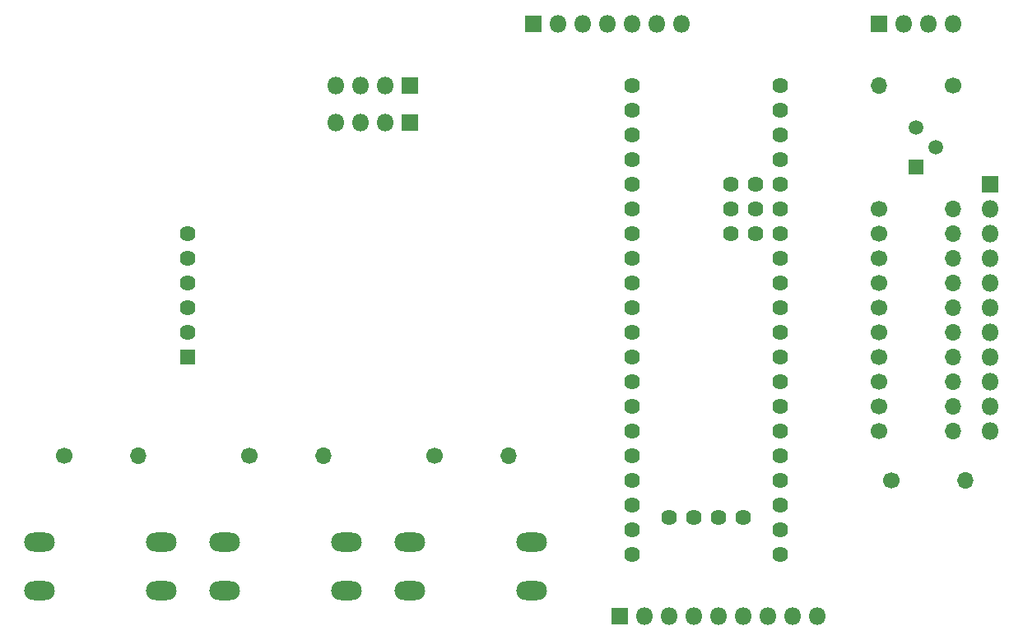
<source format=gbr>
%TF.GenerationSoftware,KiCad,Pcbnew,5.1.6-c6e7f7d~86~ubuntu16.04.1*%
%TF.CreationDate,2020-07-12T04:11:33+01:00*%
%TF.ProjectId,bluepill-pb1,626c7565-7069-46c6-9c2d-7062312e6b69,rev?*%
%TF.SameCoordinates,Original*%
%TF.FileFunction,Soldermask,Bot*%
%TF.FilePolarity,Negative*%
%FSLAX46Y46*%
G04 Gerber Fmt 4.6, Leading zero omitted, Abs format (unit mm)*
G04 Created by KiCad (PCBNEW 5.1.6-c6e7f7d~86~ubuntu16.04.1) date 2020-07-12 04:11:33*
%MOMM*%
%LPD*%
G01*
G04 APERTURE LIST*
%ADD10O,1.700000X1.700000*%
%ADD11C,1.700000*%
%ADD12C,1.624000*%
%ADD13O,3.148000X1.950000*%
%ADD14O,1.800000X1.800000*%
%ADD15R,1.800000X1.800000*%
%ADD16C,1.497000*%
%ADD17R,1.497000X1.497000*%
%ADD18R,1.624000X1.624000*%
G04 APERTURE END LIST*
D10*
%TO.C,R15*%
X175260000Y-106680000D03*
D11*
X167640000Y-106680000D03*
%TD*%
D12*
%TO.C,U1*%
X140970000Y-109220000D03*
X151130000Y-81280000D03*
X151130000Y-78740000D03*
X151130000Y-76200000D03*
X153670000Y-81280000D03*
X153670000Y-78740000D03*
X153670000Y-76200000D03*
X152400000Y-110490000D03*
X149860000Y-110490000D03*
X147320000Y-110490000D03*
X144780000Y-110490000D03*
X156210000Y-66040000D03*
X156210000Y-68580000D03*
X156210000Y-71120000D03*
X156210000Y-73660000D03*
X156210000Y-76200000D03*
X156210000Y-78740000D03*
X156210000Y-81280000D03*
X156210000Y-83820000D03*
X156210000Y-86360000D03*
X156210000Y-88900000D03*
X156210000Y-91440000D03*
X156210000Y-93980000D03*
X156210000Y-96520000D03*
X156210000Y-99060000D03*
X156210000Y-101600000D03*
X156210000Y-104140000D03*
X156210000Y-106680000D03*
X156210000Y-109220000D03*
X156210000Y-111760000D03*
X156210000Y-114300000D03*
X140970000Y-114300000D03*
X140970000Y-111760000D03*
X140970000Y-106680000D03*
X140970000Y-104140000D03*
X140970000Y-101600000D03*
X140970000Y-99060000D03*
X140970000Y-96520000D03*
X140970000Y-93980000D03*
X140970000Y-91440000D03*
X140970000Y-88900000D03*
X140970000Y-86360000D03*
X140970000Y-83820000D03*
X140970000Y-81280000D03*
X140970000Y-78740000D03*
X140970000Y-76200000D03*
X140970000Y-73660000D03*
X140970000Y-71120000D03*
X140970000Y-68580000D03*
X140970000Y-66040000D03*
%TD*%
D13*
%TO.C,SW2*%
X99060000Y-118030000D03*
X99060000Y-113030000D03*
X111560000Y-118030000D03*
X111560000Y-113030000D03*
%TD*%
D14*
%TO.C,J6*%
X146050000Y-59690000D03*
X143510000Y-59690000D03*
X140970000Y-59690000D03*
X138430000Y-59690000D03*
X135890000Y-59690000D03*
X133350000Y-59690000D03*
D15*
X130810000Y-59690000D03*
%TD*%
D14*
%TO.C,J5*%
X160020000Y-120650000D03*
X157480000Y-120650000D03*
X154940000Y-120650000D03*
X152400000Y-120650000D03*
X149860000Y-120650000D03*
X147320000Y-120650000D03*
X144780000Y-120650000D03*
X142240000Y-120650000D03*
D15*
X139700000Y-120650000D03*
%TD*%
D10*
%TO.C,R14*%
X166370000Y-66040000D03*
D11*
X173990000Y-66040000D03*
%TD*%
D16*
%TO.C,Q1*%
X170180000Y-70358000D03*
X172212000Y-72390000D03*
D17*
X170180000Y-74422000D03*
%TD*%
D14*
%TO.C,J4*%
X110490000Y-66040000D03*
X113030000Y-66040000D03*
X115570000Y-66040000D03*
D15*
X118110000Y-66040000D03*
%TD*%
D14*
%TO.C,J2*%
X173990000Y-59690000D03*
X171450000Y-59690000D03*
X168910000Y-59690000D03*
D15*
X166370000Y-59690000D03*
%TD*%
D14*
%TO.C,J1*%
X177800000Y-101600000D03*
X177800000Y-99060000D03*
X177800000Y-96520000D03*
X177800000Y-93980000D03*
X177800000Y-91440000D03*
X177800000Y-88900000D03*
X177800000Y-86360000D03*
X177800000Y-83820000D03*
X177800000Y-81280000D03*
X177800000Y-78740000D03*
D15*
X177800000Y-76200000D03*
%TD*%
D10*
%TO.C,R13*%
X173990000Y-101600000D03*
D11*
X166370000Y-101600000D03*
%TD*%
D10*
%TO.C,R12*%
X173990000Y-99060000D03*
D11*
X166370000Y-99060000D03*
%TD*%
D10*
%TO.C,R11*%
X173990000Y-96520000D03*
D11*
X166370000Y-96520000D03*
%TD*%
D10*
%TO.C,R10*%
X173990000Y-93980000D03*
D11*
X166370000Y-93980000D03*
%TD*%
D10*
%TO.C,R9*%
X173990000Y-91440000D03*
D11*
X166370000Y-91440000D03*
%TD*%
D10*
%TO.C,R8*%
X173990000Y-88900000D03*
D11*
X166370000Y-88900000D03*
%TD*%
D10*
%TO.C,R7*%
X173990000Y-86360000D03*
D11*
X166370000Y-86360000D03*
%TD*%
D10*
%TO.C,R6*%
X173990000Y-83820000D03*
D11*
X166370000Y-83820000D03*
%TD*%
D10*
%TO.C,R5*%
X173990000Y-81280000D03*
D11*
X166370000Y-81280000D03*
%TD*%
D10*
%TO.C,R4*%
X173990000Y-78740000D03*
D11*
X166370000Y-78740000D03*
%TD*%
D13*
%TO.C,SW3*%
X118110000Y-118030000D03*
X118110000Y-113030000D03*
X130610000Y-118030000D03*
X130610000Y-113030000D03*
%TD*%
%TO.C,SW1*%
X80010000Y-118030000D03*
X80010000Y-113030000D03*
X92510000Y-118030000D03*
X92510000Y-113030000D03*
%TD*%
D10*
%TO.C,R3*%
X128270000Y-104140000D03*
D11*
X120650000Y-104140000D03*
%TD*%
D10*
%TO.C,R2*%
X109220000Y-104140000D03*
D11*
X101600000Y-104140000D03*
%TD*%
D10*
%TO.C,R1*%
X90170000Y-104140000D03*
D11*
X82550000Y-104140000D03*
%TD*%
D14*
%TO.C,J3*%
X110490000Y-69850000D03*
X113030000Y-69850000D03*
X115570000Y-69850000D03*
D15*
X118110000Y-69850000D03*
%TD*%
D12*
%TO.C,A1*%
X95250000Y-81280000D03*
X95250000Y-83820000D03*
X95250000Y-86360000D03*
X95250000Y-88900000D03*
X95250000Y-91440000D03*
D18*
X95250000Y-93980000D03*
%TD*%
M02*

</source>
